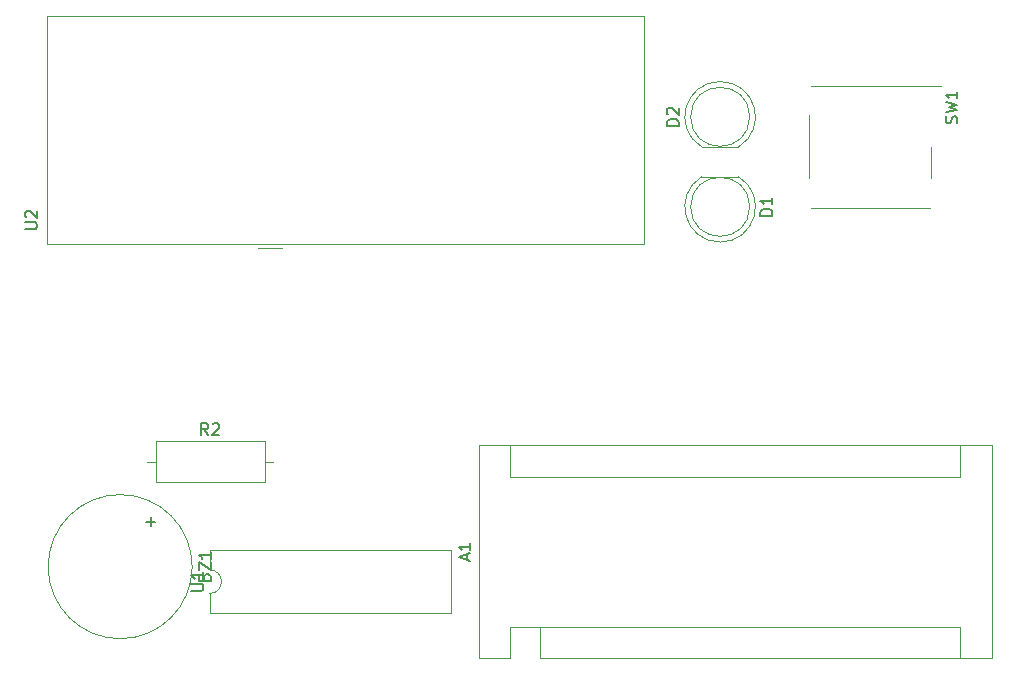
<source format=gbr>
%TF.GenerationSoftware,KiCad,Pcbnew,(6.0.0-0)*%
%TF.CreationDate,2022-01-22T02:39:02+05:30*%
%TF.ProjectId,Schematics,53636865-6d61-4746-9963-732e6b696361,rev?*%
%TF.SameCoordinates,Original*%
%TF.FileFunction,Legend,Top*%
%TF.FilePolarity,Positive*%
%FSLAX46Y46*%
G04 Gerber Fmt 4.6, Leading zero omitted, Abs format (unit mm)*
G04 Created by KiCad (PCBNEW (6.0.0-0)) date 2022-01-22 02:39:02*
%MOMM*%
%LPD*%
G01*
G04 APERTURE LIST*
%ADD10C,0.150000*%
%ADD11C,0.120000*%
G04 APERTURE END LIST*
D10*
%TO.C,*%
%TO.C,BZ1*%
X111185996Y-122619979D02*
X111233615Y-122477122D01*
X111281234Y-122429503D01*
X111376472Y-122381884D01*
X111519329Y-122381884D01*
X111614567Y-122429503D01*
X111662186Y-122477122D01*
X111709805Y-122572360D01*
X111709805Y-122953312D01*
X110709805Y-122953312D01*
X110709805Y-122619979D01*
X110757425Y-122524741D01*
X110805044Y-122477122D01*
X110900282Y-122429503D01*
X110995520Y-122429503D01*
X111090758Y-122477122D01*
X111138377Y-122524741D01*
X111185996Y-122619979D01*
X111185996Y-122953312D01*
X110709805Y-122048550D02*
X110709805Y-121381884D01*
X111709805Y-122048550D01*
X111709805Y-121381884D01*
X111709805Y-120477122D02*
X111709805Y-121048550D01*
X111709805Y-120762836D02*
X110709805Y-120762836D01*
X110852663Y-120858074D01*
X110947901Y-120953312D01*
X110995520Y-121048550D01*
X106668853Y-118309979D02*
X106668853Y-117548074D01*
X107049805Y-117929027D02*
X106287901Y-117929027D01*
%TO.C,*%
%TO.C,D2*%
X151349805Y-84387122D02*
X150349805Y-84387122D01*
X150349805Y-84149027D01*
X150397425Y-84006169D01*
X150492663Y-83910931D01*
X150587901Y-83863312D01*
X150778377Y-83815693D01*
X150921234Y-83815693D01*
X151111710Y-83863312D01*
X151206948Y-83910931D01*
X151302186Y-84006169D01*
X151349805Y-84149027D01*
X151349805Y-84387122D01*
X150445044Y-83434741D02*
X150397425Y-83387122D01*
X150349805Y-83291884D01*
X150349805Y-83053788D01*
X150397425Y-82958550D01*
X150445044Y-82910931D01*
X150540282Y-82863312D01*
X150635520Y-82863312D01*
X150778377Y-82910931D01*
X151349805Y-83482360D01*
X151349805Y-82863312D01*
%TO.C,*%
%TO.C,A1*%
X133434091Y-121183312D02*
X133434091Y-120707122D01*
X133719805Y-121278550D02*
X132719805Y-120945217D01*
X133719805Y-120611884D01*
X133719805Y-119754741D02*
X133719805Y-120326169D01*
X133719805Y-120040455D02*
X132719805Y-120040455D01*
X132862663Y-120135693D01*
X132957901Y-120230931D01*
X133005520Y-120326169D01*
%TO.C,R2*%
X111510758Y-110591407D02*
X111177425Y-110115217D01*
X110939329Y-110591407D02*
X110939329Y-109591407D01*
X111320282Y-109591407D01*
X111415520Y-109639027D01*
X111463139Y-109686646D01*
X111510758Y-109781884D01*
X111510758Y-109924741D01*
X111463139Y-110019979D01*
X111415520Y-110067598D01*
X111320282Y-110115217D01*
X110939329Y-110115217D01*
X111891710Y-109686646D02*
X111939329Y-109639027D01*
X112034567Y-109591407D01*
X112272663Y-109591407D01*
X112367901Y-109639027D01*
X112415520Y-109686646D01*
X112463139Y-109781884D01*
X112463139Y-109877122D01*
X112415520Y-110019979D01*
X111844091Y-110591407D01*
X112463139Y-110591407D01*
%TO.C,*%
%TO.C,SW1*%
X174892186Y-84187360D02*
X174939805Y-84044503D01*
X174939805Y-83806407D01*
X174892186Y-83711169D01*
X174844567Y-83663550D01*
X174749329Y-83615931D01*
X174654091Y-83615931D01*
X174558853Y-83663550D01*
X174511234Y-83711169D01*
X174463615Y-83806407D01*
X174415996Y-83996884D01*
X174368377Y-84092122D01*
X174320758Y-84139741D01*
X174225520Y-84187360D01*
X174130282Y-84187360D01*
X174035044Y-84139741D01*
X173987425Y-84092122D01*
X173939805Y-83996884D01*
X173939805Y-83758788D01*
X173987425Y-83615931D01*
X173939805Y-83282598D02*
X174939805Y-83044503D01*
X174225520Y-82854027D01*
X174939805Y-82663550D01*
X173939805Y-82425455D01*
X174939805Y-81520693D02*
X174939805Y-82092122D01*
X174939805Y-81806407D02*
X173939805Y-81806407D01*
X174082663Y-81901646D01*
X174177901Y-81996884D01*
X174225520Y-82092122D01*
%TO.C,*%
%TO.C,U1*%
X110084805Y-123770931D02*
X110894329Y-123770931D01*
X110989567Y-123723312D01*
X111037186Y-123675693D01*
X111084805Y-123580455D01*
X111084805Y-123389979D01*
X111037186Y-123294741D01*
X110989567Y-123247122D01*
X110894329Y-123199503D01*
X110084805Y-123199503D01*
X111084805Y-122199503D02*
X111084805Y-122770931D01*
X111084805Y-122485217D02*
X110084805Y-122485217D01*
X110227663Y-122580455D01*
X110322901Y-122675693D01*
X110370520Y-122770931D01*
%TO.C,*%
%TO.C,U2*%
X96009805Y-93158431D02*
X96819329Y-93158431D01*
X96914567Y-93110812D01*
X96962186Y-93063193D01*
X97009805Y-92967955D01*
X97009805Y-92777479D01*
X96962186Y-92682241D01*
X96914567Y-92634622D01*
X96819329Y-92587003D01*
X96009805Y-92587003D01*
X96105044Y-92158431D02*
X96057425Y-92110812D01*
X96009805Y-92015574D01*
X96009805Y-91777479D01*
X96057425Y-91682241D01*
X96105044Y-91634622D01*
X96200282Y-91587003D01*
X96295520Y-91587003D01*
X96438377Y-91634622D01*
X97009805Y-92206050D01*
X97009805Y-91587003D01*
%TO.C,*%
%TO.C,D1*%
X159269805Y-92007122D02*
X158269805Y-92007122D01*
X158269805Y-91769027D01*
X158317425Y-91626169D01*
X158412663Y-91530931D01*
X158507901Y-91483312D01*
X158698377Y-91435693D01*
X158841234Y-91435693D01*
X159031710Y-91483312D01*
X159126948Y-91530931D01*
X159222186Y-91626169D01*
X159269805Y-91769027D01*
X159269805Y-92007122D01*
X159269805Y-90483312D02*
X159269805Y-91054741D01*
X159269805Y-90769027D02*
X158269805Y-90769027D01*
X158412663Y-90864265D01*
X158507901Y-90959503D01*
X158555520Y-91054741D01*
D11*
%TO.C,BZ1*%
X110157425Y-121739027D02*
G75*
G03*
X110157425Y-121739027I-6100000J0D01*
G01*
%TO.C,D2*%
X153312425Y-86209027D02*
X156402425Y-86209027D01*
X156402255Y-86209027D02*
G75*
G03*
X154856963Y-80659027I-1544830J2560000D01*
G01*
X154857887Y-80659027D02*
G75*
G03*
X153312595Y-86209027I-462J-2990000D01*
G01*
X157357425Y-83649027D02*
G75*
G03*
X157357425Y-83649027I-2500000J0D01*
G01*
%TO.C,A1*%
X137077425Y-114119027D02*
X175177425Y-114119027D01*
X134407425Y-111449027D02*
X134407425Y-129489027D01*
X177847425Y-111449027D02*
X134407425Y-111449027D01*
X137077425Y-126819027D02*
X137077425Y-129489027D01*
X134407425Y-129489027D02*
X137077425Y-129489027D01*
X175177425Y-114119027D02*
X175177425Y-111449027D01*
X177847425Y-129489027D02*
X177847425Y-111449027D01*
X139617425Y-126819027D02*
X139617425Y-129489027D01*
X175177425Y-126819027D02*
X175177425Y-129489027D01*
X137077425Y-114119027D02*
X137077425Y-111449027D01*
X139617425Y-126819027D02*
X137077425Y-126819027D01*
X139617425Y-126819027D02*
X175177425Y-126819027D01*
X139617425Y-129489027D02*
X177847425Y-129489027D01*
%TO.C,R2*%
X107057425Y-114579027D02*
X116297425Y-114579027D01*
X106367425Y-112859027D02*
X107057425Y-112859027D01*
X116987425Y-112859027D02*
X116297425Y-112859027D01*
X107057425Y-111139027D02*
X107057425Y-114579027D01*
X116297425Y-111139027D02*
X107057425Y-111139027D01*
X116297425Y-114579027D02*
X116297425Y-111139027D01*
%TO.C,SW1*%
X172597425Y-91349027D02*
X162517425Y-91349027D01*
X173537425Y-81029027D02*
X162527425Y-81029027D01*
X172717425Y-88839027D02*
X172717425Y-86189027D01*
X162397425Y-83539027D02*
X162397425Y-88839027D01*
%TO.C,U1*%
X132072425Y-125659027D02*
X132072425Y-120359027D01*
X111632425Y-124009027D02*
X111632425Y-125659027D01*
X111632425Y-120359027D02*
X111632425Y-122009027D01*
X111632425Y-125659027D02*
X132072425Y-125659027D01*
X132072425Y-120359027D02*
X111632425Y-120359027D01*
X111632425Y-124009027D02*
G75*
G03*
X111632425Y-122009027I0J1000000D01*
G01*
%TO.C,U2*%
X148377425Y-75156527D02*
X97837425Y-75156527D01*
X148377425Y-94396527D02*
X148377425Y-75156527D01*
X97837425Y-94396527D02*
X148377425Y-94396527D01*
X97837425Y-94396527D02*
X97837425Y-75156527D01*
X115757425Y-94776527D02*
X117757425Y-94776527D01*
%TO.C,D1*%
X156402425Y-88709027D02*
X153312425Y-88709027D01*
X154856963Y-94259027D02*
G75*
G03*
X156402255Y-88709027I462J2990000D01*
G01*
X153312595Y-88709027D02*
G75*
G03*
X154857887Y-94259027I1544830J-2560000D01*
G01*
X157357425Y-91269027D02*
G75*
G03*
X157357425Y-91269027I-2500000J0D01*
G01*
%TD*%
M02*

</source>
